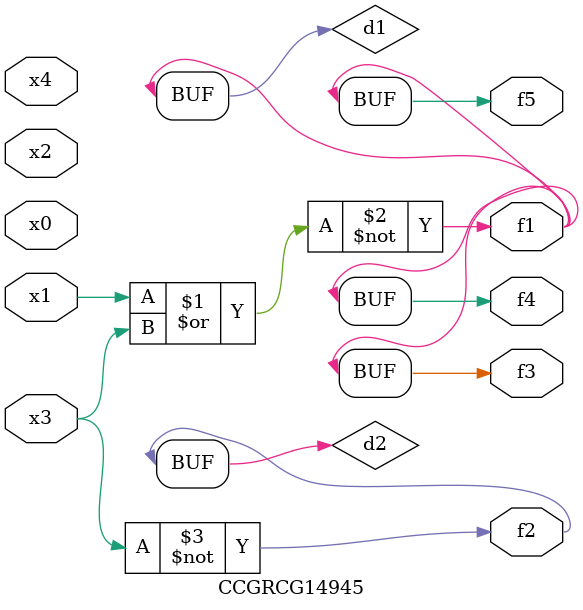
<source format=v>
module CCGRCG14945(
	input x0, x1, x2, x3, x4,
	output f1, f2, f3, f4, f5
);

	wire d1, d2;

	nor (d1, x1, x3);
	not (d2, x3);
	assign f1 = d1;
	assign f2 = d2;
	assign f3 = d1;
	assign f4 = d1;
	assign f5 = d1;
endmodule

</source>
